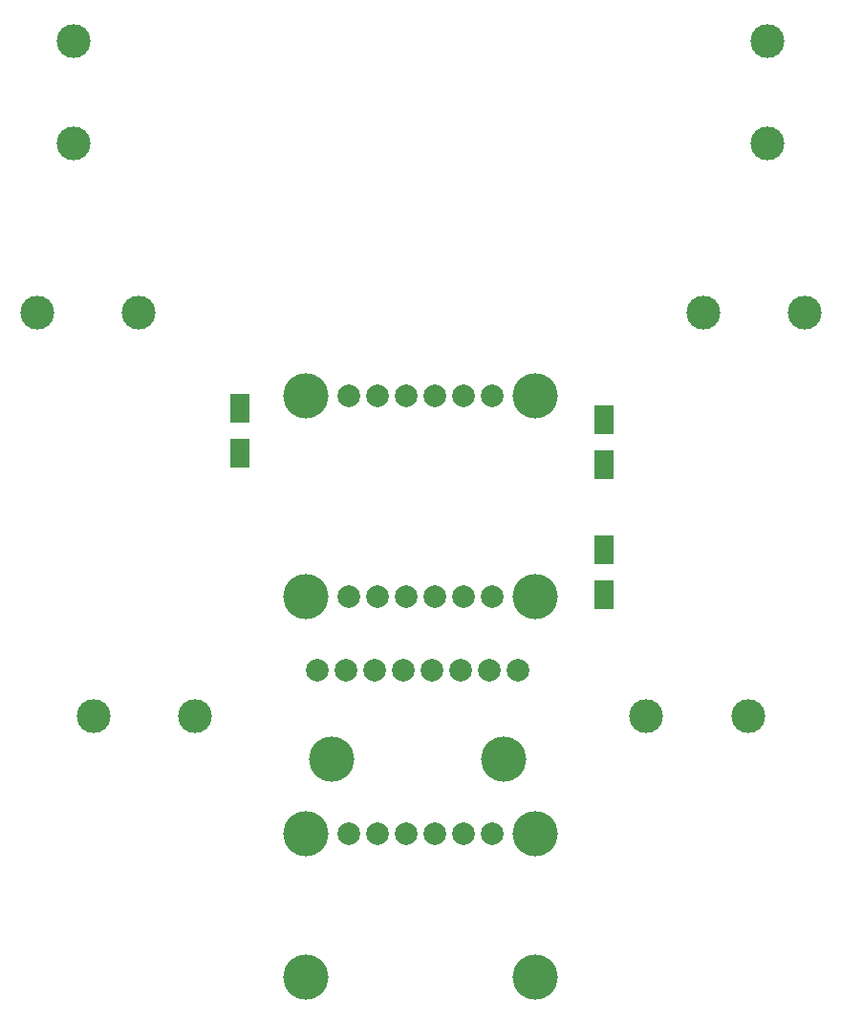
<source format=gbr>
%TF.GenerationSoftware,KiCad,Pcbnew,(5.1.10)-1*%
%TF.CreationDate,2022-05-08T17:07:42-07:00*%
%TF.ProjectId,solar-panel-side+XY,736f6c61-722d-4706-916e-656c2d736964,1.0*%
%TF.SameCoordinates,Original*%
%TF.FileFunction,Soldermask,Top*%
%TF.FilePolarity,Negative*%
%FSLAX46Y46*%
G04 Gerber Fmt 4.6, Leading zero omitted, Abs format (unit mm)*
G04 Created by KiCad (PCBNEW (5.1.10)-1) date 2022-05-08 17:07:42*
%MOMM*%
%LPD*%
G01*
G04 APERTURE LIST*
%ADD10R,1.700000X2.500000*%
%ADD11C,4.000000*%
%ADD12C,2.000000*%
%ADD13C,3.000000*%
G04 APERTURE END LIST*
D10*
%TO.C,D3*%
X157750000Y-90000000D03*
X157750000Y-94000000D03*
%TD*%
%TO.C,D2*%
X157750000Y-105500000D03*
X157750000Y-101500000D03*
%TD*%
%TO.C,D1*%
X125500000Y-89000000D03*
X125500000Y-93000000D03*
%TD*%
D11*
%TO.C,U3*%
X148870000Y-120060000D03*
X133630000Y-120060000D03*
D12*
X145060000Y-112186000D03*
X142520000Y-112186000D03*
X150140000Y-112186000D03*
X147600000Y-112186000D03*
X132360000Y-112186000D03*
X134900000Y-112186000D03*
X137440000Y-112186000D03*
X139980000Y-112186000D03*
%TD*%
%TO.C,U2*%
X137690000Y-105640000D03*
X135150000Y-105640000D03*
D11*
X131340000Y-105640000D03*
D12*
X147850000Y-105640000D03*
D11*
X151660000Y-105640000D03*
D12*
X145310000Y-105640000D03*
X142770000Y-105640000D03*
X140230000Y-105640000D03*
D11*
X151660000Y-87860000D03*
D12*
X145310000Y-87860000D03*
X142770000Y-87860000D03*
X147850000Y-87860000D03*
X135150000Y-87860000D03*
X137690000Y-87860000D03*
X140230000Y-87860000D03*
D11*
X131340000Y-87860000D03*
%TD*%
%TO.C,U1*%
X151660000Y-139350000D03*
X131340000Y-139350000D03*
X151660000Y-126650000D03*
D12*
X145310000Y-126650000D03*
X142770000Y-126650000D03*
X147850000Y-126650000D03*
X135150000Y-126650000D03*
X137690000Y-126650000D03*
X140230000Y-126650000D03*
D11*
X131340000Y-126650000D03*
%TD*%
D13*
%TO.C,SC6*%
X110750000Y-56500000D03*
X110750000Y-65500000D03*
%TD*%
%TO.C,SC5*%
X172250000Y-65500000D03*
X172250000Y-56500000D03*
%TD*%
%TO.C,SC4*%
X175500000Y-80500000D03*
X166500000Y-80500000D03*
%TD*%
%TO.C,SC3*%
X170500000Y-116250000D03*
X161500000Y-116250000D03*
%TD*%
%TO.C,SC2*%
X121500000Y-116250000D03*
X112500000Y-116250000D03*
%TD*%
%TO.C,SC1*%
X116500000Y-80500000D03*
X107500000Y-80500000D03*
%TD*%
M02*

</source>
